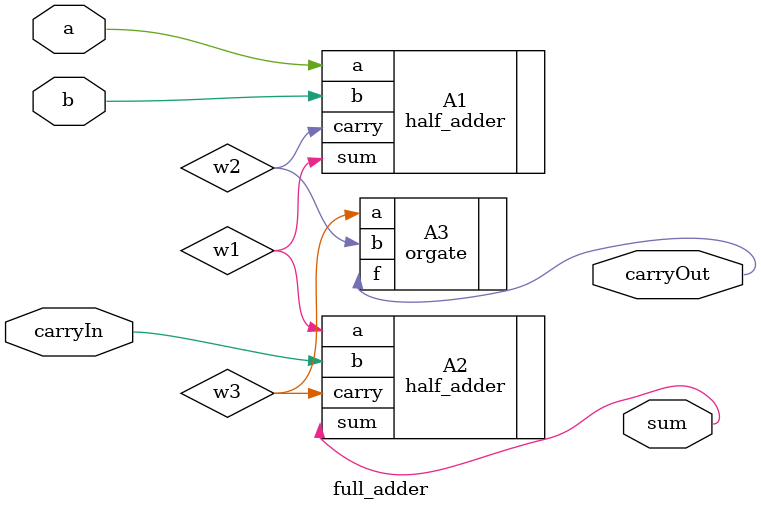
<source format=sv>
`timescale 1ns / 1ps


module full_adder(
   input a,
   input b,
   input carryIn,
   output sum,
   output carryOut
   );
   logic w1, w2, w3;
   
   half_adder A1(.a(a),.b(b),.sum(w1),.carry(w2));
   half_adder A2(.a(w1),.b(carryIn),.sum(sum),.carry(w3));
   orgate A3(.a(w3),.b(w2),.f(carryOut));
   
endmodule

</source>
